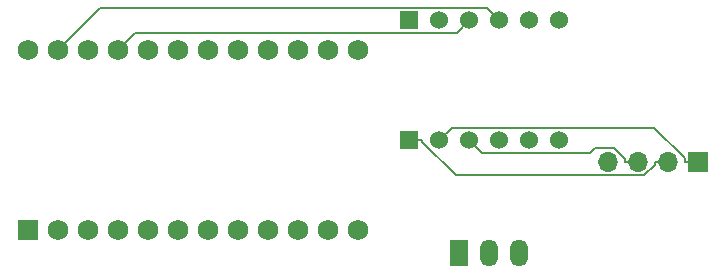
<source format=gbr>
%TF.GenerationSoftware,KiCad,Pcbnew,8.0.3*%
%TF.CreationDate,2024-07-14T23:37:16-05:00*%
%TF.ProjectId,3.3v Pro Micro Long,332e3376-2050-4726-9f20-4d6963726f20,rev?*%
%TF.SameCoordinates,Original*%
%TF.FileFunction,Copper,L1,Top*%
%TF.FilePolarity,Positive*%
%FSLAX46Y46*%
G04 Gerber Fmt 4.6, Leading zero omitted, Abs format (unit mm)*
G04 Created by KiCad (PCBNEW 8.0.3) date 2024-07-14 23:37:16*
%MOMM*%
%LPD*%
G01*
G04 APERTURE LIST*
%TA.AperFunction,ComponentPad*%
%ADD10C,1.524000*%
%TD*%
%TA.AperFunction,ComponentPad*%
%ADD11R,1.524000X1.524000*%
%TD*%
%TA.AperFunction,ComponentPad*%
%ADD12R,1.700000X1.700000*%
%TD*%
%TA.AperFunction,ComponentPad*%
%ADD13O,1.700000X1.700000*%
%TD*%
%TA.AperFunction,ComponentPad*%
%ADD14R,1.752600X1.752600*%
%TD*%
%TA.AperFunction,ComponentPad*%
%ADD15C,1.752600*%
%TD*%
%TA.AperFunction,ComponentPad*%
%ADD16R,1.500000X2.300000*%
%TD*%
%TA.AperFunction,ComponentPad*%
%ADD17O,1.500000X2.300000*%
%TD*%
%TA.AperFunction,Conductor*%
%ADD18C,0.200000*%
%TD*%
G04 APERTURE END LIST*
D10*
%TO.P,U3,GND_1,GND*%
%TO.N,Net-(J1-Pin_4)*%
X168460000Y-81500000D03*
%TO.P,U3,GND_2,GND*%
X168460000Y-91660000D03*
%TO.P,U3,HV,HV*%
%TO.N,Net-(U2-VCC)*%
X165920000Y-81500000D03*
D11*
%TO.P,U3,HV1,HV1*%
%TO.N,Net-(U2-SDA)*%
X160840000Y-81500000D03*
D10*
%TO.P,U3,HV2,HV2*%
%TO.N,Net-(U2-SCL)*%
X163380000Y-81500000D03*
%TO.P,U3,HV3,HV3*%
%TO.N,unconnected-(U3-PadHV3)*%
X171000000Y-81500000D03*
%TO.P,U3,HV4,HV4*%
%TO.N,unconnected-(U3-PadHV4)*%
X173540000Y-81500000D03*
%TO.P,U3,LV,LV*%
%TO.N,Net-(J1-Pin_3)*%
X165920000Y-91660000D03*
D11*
%TO.P,U3,LV1,LV1*%
%TO.N,Net-(J1-Pin_2)*%
X160840000Y-91660000D03*
D10*
%TO.P,U3,LV2,LV2*%
%TO.N,Net-(J1-Pin_1)*%
X163380000Y-91660000D03*
%TO.P,U3,LV3,LV3*%
%TO.N,unconnected-(U3-PadLV3)*%
X171000000Y-91660000D03*
%TO.P,U3,LV4,LV4*%
%TO.N,unconnected-(U3-PadLV4)*%
X173540000Y-91660000D03*
%TD*%
D12*
%TO.P,J1,1,Pin_1*%
%TO.N,Net-(J1-Pin_1)*%
X185300000Y-93500000D03*
D13*
%TO.P,J1,2,Pin_2*%
%TO.N,Net-(J1-Pin_2)*%
X182760000Y-93500000D03*
%TO.P,J1,3,Pin_3*%
%TO.N,Net-(J1-Pin_3)*%
X180220000Y-93500000D03*
%TO.P,J1,4,Pin_4*%
%TO.N,Net-(J1-Pin_4)*%
X177680000Y-93500000D03*
%TD*%
D14*
%TO.P,U2,1,TX*%
%TO.N,unconnected-(U2-TX-Pad1)*%
X128530000Y-99240000D03*
D15*
%TO.P,U2,2,RX*%
%TO.N,unconnected-(U2-RX-Pad2)*%
X131070000Y-99240000D03*
%TO.P,U2,3,GND*%
%TO.N,unconnected-(U2-GND-Pad3)*%
X133610000Y-99240000D03*
%TO.P,U2,4,GND*%
%TO.N,unconnected-(U2-GND-Pad4)*%
X136150000Y-99240000D03*
%TO.P,U2,5,SDA*%
%TO.N,Net-(U2-SDA)*%
X138690000Y-99240000D03*
%TO.P,U2,6,SCL*%
%TO.N,Net-(U2-SCL)*%
X141230000Y-99240000D03*
%TO.P,U2,7,D4*%
%TO.N,unconnected-(U2-D4-Pad7)*%
X143770000Y-99240000D03*
%TO.P,U2,8,C6*%
%TO.N,unconnected-(U2-C6-Pad8)*%
X146310000Y-99240000D03*
%TO.P,U2,9,D7*%
%TO.N,unconnected-(U2-D7-Pad9)*%
X148850000Y-99240000D03*
%TO.P,U2,10,E6*%
%TO.N,unconnected-(U2-E6-Pad10)*%
X151390000Y-99240000D03*
%TO.P,U2,11,B4*%
%TO.N,unconnected-(U2-B4-Pad11)*%
X153930000Y-99240000D03*
%TO.P,U2,12,B5*%
%TO.N,unconnected-(U2-B5-Pad12)*%
X156470000Y-99240000D03*
%TO.P,U2,13,B6*%
%TO.N,unconnected-(U2-B6-Pad13)*%
X156470000Y-84000000D03*
%TO.P,U2,14,B2*%
%TO.N,unconnected-(U2-B2-Pad14)*%
X153930000Y-84000000D03*
%TO.P,U2,15,B3*%
%TO.N,unconnected-(U2-B3-Pad15)*%
X151390000Y-84000000D03*
%TO.P,U2,16,B1*%
%TO.N,unconnected-(U2-B1-Pad16)*%
X148850000Y-84000000D03*
%TO.P,U2,17,F7*%
%TO.N,unconnected-(U2-F7-Pad17)*%
X146310000Y-84000000D03*
%TO.P,U2,18,F6*%
%TO.N,unconnected-(U2-F6-Pad18)*%
X143770000Y-84000000D03*
%TO.P,U2,19,F5*%
%TO.N,unconnected-(U2-F5-Pad19)*%
X141230000Y-84000000D03*
%TO.P,U2,20,F4*%
%TO.N,unconnected-(U2-F4-Pad20)*%
X138690000Y-84000000D03*
%TO.P,U2,21,VCC*%
%TO.N,Net-(U2-VCC)*%
X136150000Y-84000000D03*
%TO.P,U2,22,RST*%
%TO.N,unconnected-(U2-RST-Pad22)*%
X133610000Y-84000000D03*
%TO.P,U2,23,GND*%
%TO.N,Net-(J1-Pin_4)*%
X131070000Y-84000000D03*
%TO.P,U2,24,RAW*%
%TO.N,unconnected-(U2-RAW-Pad24)*%
X128530000Y-84000000D03*
%TD*%
D16*
%TO.P,U4,1,IN*%
%TO.N,Net-(U2-VCC)*%
X165053000Y-101207500D03*
D17*
%TO.P,U4,2,OUT*%
%TO.N,Net-(J1-Pin_3)*%
X167593000Y-101207500D03*
%TO.P,U4,3,GND*%
%TO.N,Net-(J1-Pin_4)*%
X170133000Y-101207500D03*
%TD*%
D18*
%TO.N,Net-(U2-VCC)*%
X137586300Y-82563700D02*
X136150000Y-84000000D01*
X164856300Y-82563700D02*
X137586300Y-82563700D01*
X165920000Y-81500000D02*
X164856300Y-82563700D01*
%TO.N,Net-(J1-Pin_2)*%
X182760000Y-93500000D02*
X181608300Y-93500000D01*
X160840000Y-91660000D02*
X161903700Y-91660000D01*
X181608200Y-93500000D02*
X181608300Y-93500000D01*
X181608200Y-93740600D02*
X181608200Y-93500000D01*
X180697100Y-94651700D02*
X181608200Y-93740600D01*
X164762300Y-94651700D02*
X180697100Y-94651700D01*
X161903700Y-91793100D02*
X164762300Y-94651700D01*
X161903700Y-91660000D02*
X161903700Y-91793100D01*
%TO.N,Net-(J1-Pin_4)*%
X134633700Y-80436300D02*
X131070000Y-84000000D01*
X167396300Y-80436300D02*
X134633700Y-80436300D01*
X168460000Y-81500000D02*
X167396300Y-80436300D01*
%TO.N,Net-(J1-Pin_3)*%
X179068300Y-93231500D02*
X179068300Y-93500000D01*
X178135600Y-92298800D02*
X179068300Y-93231500D01*
X176565200Y-92298800D02*
X178135600Y-92298800D01*
X176114900Y-92749100D02*
X176565200Y-92298800D01*
X167009100Y-92749100D02*
X176114900Y-92749100D01*
X165920000Y-91660000D02*
X167009100Y-92749100D01*
X180220000Y-93500000D02*
X179068300Y-93500000D01*
%TO.N,Net-(J1-Pin_1)*%
X164449500Y-90590500D02*
X163380000Y-91660000D01*
X181526700Y-90590500D02*
X164449500Y-90590500D01*
X184148300Y-93212100D02*
X181526700Y-90590500D01*
X184148300Y-93500000D02*
X184148300Y-93212100D01*
X185300000Y-93500000D02*
X184148300Y-93500000D01*
%TD*%
M02*

</source>
